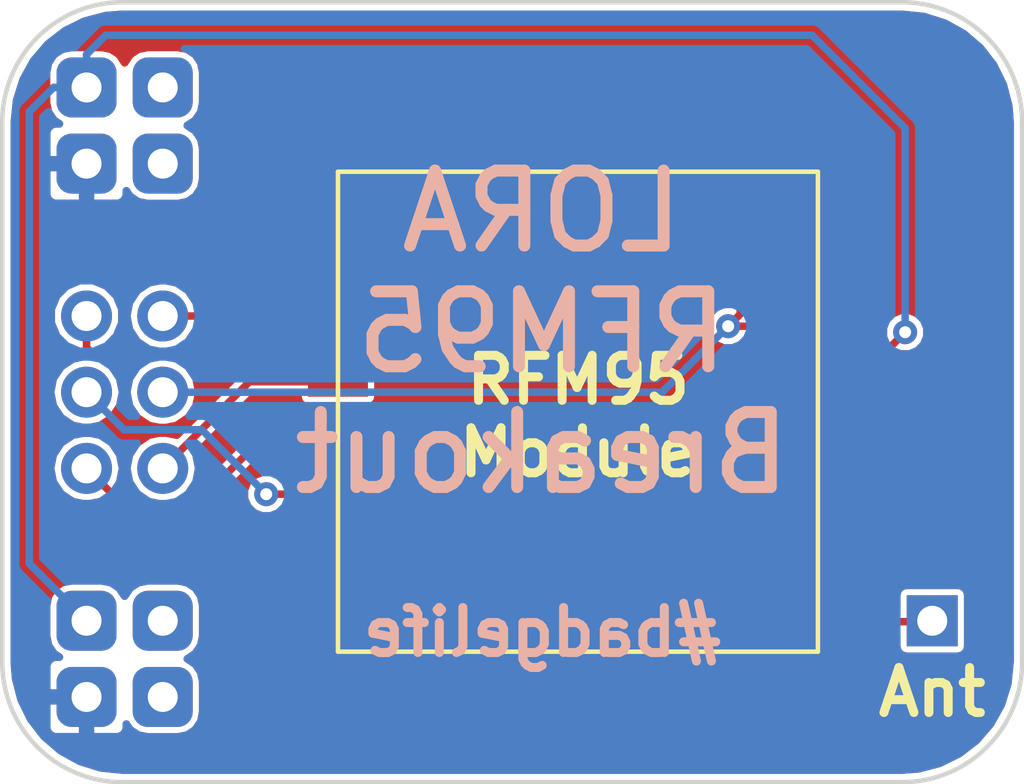
<source format=kicad_pcb>
(kicad_pcb (version 20171130) (host pcbnew "(5.0.0-rc2-dev-222-g3b0a758)")

  (general
    (thickness 1.6)
    (drawings 16)
    (tracks 43)
    (zones 0)
    (modules 5)
    (nets 10)
  )

  (page A4)
  (layers
    (0 F.Cu signal)
    (31 B.Cu signal)
    (32 B.Adhes user)
    (33 F.Adhes user)
    (34 B.Paste user)
    (35 F.Paste user)
    (36 B.SilkS user)
    (37 F.SilkS user)
    (38 B.Mask user)
    (39 F.Mask user)
    (40 Dwgs.User user hide)
    (41 Cmts.User user)
    (42 Eco1.User user)
    (43 Eco2.User user)
    (44 Edge.Cuts user)
    (45 Margin user)
    (46 B.CrtYd user)
    (47 F.CrtYd user)
    (48 B.Fab user)
    (49 F.Fab user)
  )

  (setup
    (last_trace_width 0.25)
    (trace_clearance 0.2)
    (zone_clearance 0.2)
    (zone_45_only no)
    (trace_min 0.2)
    (segment_width 0.2)
    (edge_width 0.15)
    (via_size 0.8)
    (via_drill 0.4)
    (via_min_size 0.4)
    (via_min_drill 0.3)
    (uvia_size 0.3)
    (uvia_drill 0.1)
    (uvias_allowed no)
    (uvia_min_size 0.2)
    (uvia_min_drill 0.1)
    (pcb_text_width 0.3)
    (pcb_text_size 1.5 1.5)
    (mod_edge_width 0.15)
    (mod_text_size 1 1)
    (mod_text_width 0.15)
    (pad_size 1.7 1.7)
    (pad_drill 1)
    (pad_to_mask_clearance 0.2)
    (aux_axis_origin 0 0)
    (grid_origin 49 63)
    (visible_elements FFFFFF7F)
    (pcbplotparams
      (layerselection 0x010fc_ffffffff)
      (usegerberextensions false)
      (usegerberattributes false)
      (usegerberadvancedattributes false)
      (creategerberjobfile false)
      (excludeedgelayer true)
      (linewidth 0.100000)
      (plotframeref false)
      (viasonmask false)
      (mode 1)
      (useauxorigin false)
      (hpglpennumber 1)
      (hpglpenspeed 20)
      (hpglpendiameter 15)
      (psnegative false)
      (psa4output false)
      (plotreference true)
      (plotvalue true)
      (plotinvisibletext false)
      (padsonsilk false)
      (subtractmaskfromsilk false)
      (outputformat 1)
      (mirror false)
      (drillshape 1)
      (scaleselection 1)
      (outputdirectory ""))
  )

  (net 0 "")
  (net 1 GND)
  (net 2 VCC)
  (net 3 SPI_CLK)
  (net 4 SPI_CS)
  (net 5 PB11)
  (net 6 PC2)
  (net 7 MISO)
  (net 8 MOSI)
  (net 9 "Net-(J3-Pad1)")

  (net_class Default "This is the default net class."
    (clearance 0.2)
    (trace_width 0.25)
    (via_dia 0.8)
    (via_drill 0.4)
    (uvia_dia 0.3)
    (uvia_drill 0.1)
    (add_net GND)
    (add_net MISO)
    (add_net MOSI)
    (add_net "Net-(J3-Pad1)")
    (add_net PB11)
    (add_net PC2)
    (add_net SPI_CLK)
    (add_net SPI_CS)
    (add_net VCC)
  )

  (module Pin_Headers:Pin_Header_Straight_2x03_Pitch2.54mm (layer F.Cu) (tedit 5B549A62) (tstamp 5B55F4E0)
    (at 52.81 60.46)
    (descr "Through hole straight pin header, 2x03, 2.54mm pitch, double rows")
    (tags "Through hole pin header THT 2x03 2.54mm double row")
    (path /5B538895)
    (fp_text reference J2 (at 1.27 -2.33) (layer F.SilkS) hide
      (effects (font (size 1 1) (thickness 0.15)))
    )
    (fp_text value Conn_02x03_Odd_Even (at 1.27 7.41) (layer F.Fab) hide
      (effects (font (size 1 1) (thickness 0.15)))
    )
    (fp_text user %R (at 1.27 2.54 90) (layer F.Fab)
      (effects (font (size 1 1) (thickness 0.15)))
    )
    (fp_line (start 4.35 -1.8) (end -1.8 -1.8) (layer F.CrtYd) (width 0.05))
    (fp_line (start 4.35 6.85) (end 4.35 -1.8) (layer F.CrtYd) (width 0.05))
    (fp_line (start -1.8 6.85) (end 4.35 6.85) (layer F.CrtYd) (width 0.05))
    (fp_line (start -1.8 -1.8) (end -1.8 6.85) (layer F.CrtYd) (width 0.05))
    (fp_line (start -1.27 0) (end 0 -1.27) (layer F.Fab) (width 0.1))
    (fp_line (start -1.27 6.35) (end -1.27 0) (layer F.Fab) (width 0.1))
    (fp_line (start 3.81 6.35) (end -1.27 6.35) (layer F.Fab) (width 0.1))
    (fp_line (start 3.81 -1.27) (end 3.81 6.35) (layer F.Fab) (width 0.1))
    (fp_line (start 0 -1.27) (end 3.81 -1.27) (layer F.Fab) (width 0.1))
    (pad 6 thru_hole oval (at 2.54 5.08) (size 1.7 1.7) (drill 1) (layers *.Cu *.Mask)
      (net 3 SPI_CLK))
    (pad 5 thru_hole oval (at 0 5.08) (size 1.7 1.7) (drill 1) (layers *.Cu *.Mask)
      (net 4 SPI_CS))
    (pad 4 thru_hole oval (at 2.54 2.54) (size 1.7 1.7) (drill 1) (layers *.Cu *.Mask)
      (net 5 PB11))
    (pad 3 thru_hole oval (at 0 2.54) (size 1.7 1.7) (drill 1) (layers *.Cu *.Mask)
      (net 6 PC2))
    (pad 2 thru_hole oval (at 2.54 0) (size 1.7 1.7) (drill 1) (layers *.Cu *.Mask)
      (net 7 MISO))
    (pad 1 thru_hole circle (at 0 0) (size 1.7 1.7) (drill 1) (layers *.Cu *.Mask)
      (net 8 MOSI))
    (model ${KISYS3DMOD}/Pin_Headers.3dshapes/Pin_Header_Straight_2x03_Pitch2.54mm.wrl
      (offset (xyz 0 -5.08 -1.8))
      (scale (xyz 1 1 1))
      (rotate (xyz 180 0 0))
    )
  )

  (module Pin_Headers:Pin_Header_Straight_1x01_Pitch2.54mm (layer F.Cu) (tedit 5B53915A) (tstamp 5B55F4F5)
    (at 81.004 70.62)
    (descr "Through hole straight pin header, 1x01, 2.54mm pitch, single row")
    (tags "Through hole pin header THT 1x01 2.54mm single row")
    (path /5B538AF4)
    (fp_text reference J3 (at 0 -2.33) (layer F.SilkS) hide
      (effects (font (size 1 1) (thickness 0.15)))
    )
    (fp_text value Conn_01x01 (at 0 2.33) (layer F.Fab) hide
      (effects (font (size 1 1) (thickness 0.15)))
    )
    (fp_text user %R (at 0 0 90) (layer F.Fab)
      (effects (font (size 1 1) (thickness 0.15)))
    )
    (fp_line (start 1.8 -1.8) (end -1.8 -1.8) (layer F.CrtYd) (width 0.05))
    (fp_line (start 1.8 1.8) (end 1.8 -1.8) (layer F.CrtYd) (width 0.05))
    (fp_line (start -1.8 1.8) (end 1.8 1.8) (layer F.CrtYd) (width 0.05))
    (fp_line (start -1.8 -1.8) (end -1.8 1.8) (layer F.CrtYd) (width 0.05))
    (pad 1 thru_hole rect (at 0 0) (size 1.7 1.7) (drill 1) (layers *.Cu *.Mask)
      (net 9 "Net-(J3-Pad1)"))
  )

  (module Badgelife:ShittyAddon_PTH_only_SAO (layer F.Cu) (tedit 5B537B70) (tstamp 5B55F4C4)
    (at 52.81 52.84)
    (descr "Through hole straight pin header, 2x02, 2.54mm pitch, double rows")
    (tags "Through hole pin header THT 2x02 2.54mm double row")
    (path /5B538818)
    (fp_text reference J1 (at 1.27 -2.33) (layer F.SilkS) hide
      (effects (font (size 1 1) (thickness 0.15)))
    )
    (fp_text value Conn_02x02_Counter_Clockwise (at 1.27 4.87) (layer F.Fab) hide
      (effects (font (size 1 1) (thickness 0.15)))
    )
    (pad 3 thru_hole roundrect (at 2.54 2.54) (size 2 2) (drill 1) (layers *.Cu *.Mask)(roundrect_rratio 0.25))
    (pad 2 thru_hole roundrect (at 0 2.54) (size 2 2) (drill 1) (layers *.Cu *.Mask)(roundrect_rratio 0.25)
      (net 1 GND))
    (pad 4 thru_hole roundrect (at 2.54 0) (size 2 2) (drill 1) (layers *.Cu *.Mask)(roundrect_rratio 0.25))
    (pad 1 thru_hole roundrect (at 0 0) (size 2 2) (drill 1) (layers *.Cu *.Mask)(roundrect_rratio 0.25)
      (net 2 VCC))
    (model ${KISYS3DMOD}/Pin_Headers.3dshapes/Pin_Header_Straight_2x02_Pitch2.54mm.wrl
      (offset (xyz 0 -2.54 -1.8))
      (scale (xyz 1 1 1))
      (rotate (xyz 180 0 0))
    )
  )

  (module Badgelife:ShittyAddon_PTH_only_SAO (layer F.Cu) (tedit 5B537B70) (tstamp 5B55F4FD)
    (at 52.81 70.62)
    (descr "Through hole straight pin header, 2x02, 2.54mm pitch, double rows")
    (tags "Through hole pin header THT 2x02 2.54mm double row")
    (path /5B53884D)
    (fp_text reference J4 (at 1.27 -2.33) (layer F.SilkS) hide
      (effects (font (size 1 1) (thickness 0.15)))
    )
    (fp_text value Conn_02x02_Counter_Clockwise (at 1.27 4.87) (layer F.Fab) hide
      (effects (font (size 1 1) (thickness 0.15)))
    )
    (pad 1 thru_hole roundrect (at 0 0) (size 2 2) (drill 1) (layers *.Cu *.Mask)(roundrect_rratio 0.25)
      (net 2 VCC))
    (pad 4 thru_hole roundrect (at 2.54 0) (size 2 2) (drill 1) (layers *.Cu *.Mask)(roundrect_rratio 0.25))
    (pad 2 thru_hole roundrect (at 0 2.54) (size 2 2) (drill 1) (layers *.Cu *.Mask)(roundrect_rratio 0.25)
      (net 1 GND))
    (pad 3 thru_hole roundrect (at 2.54 2.54) (size 2 2) (drill 1) (layers *.Cu *.Mask)(roundrect_rratio 0.25))
    (model ${KISYS3DMOD}/Pin_Headers.3dshapes/Pin_Header_Straight_2x02_Pitch2.54mm.wrl
      (offset (xyz 0 -2.54 -1.8))
      (scale (xyz 1 1 1))
      (rotate (xyz 180 0 0))
    )
  )

  (module Modules:RFM92_95_96_98 (layer F.Cu) (tedit 5B549A68) (tstamp 5B55F7FB)
    (at 61.192 56.65)
    (path /5B538795)
    (fp_text reference U1 (at 8 6) (layer F.SilkS) hide
      (effects (font (size 1 1) (thickness 0.15)))
    )
    (fp_text value RFM92_95_96_97_98 (at 8 2.5) (layer F.Fab) hide
      (effects (font (size 1 1) (thickness 0.15)))
    )
    (fp_line (start 0 -1) (end 0 15) (layer F.SilkS) (width 0.15))
    (fp_line (start 0 15) (end 16 15) (layer F.SilkS) (width 0.15))
    (fp_line (start 16 15) (end 16 -1) (layer F.SilkS) (width 0.15))
    (fp_line (start 16 -1) (end 0 -1) (layer F.SilkS) (width 0.15))
    (pad 1 smd rect (at 0 0) (size 2 1) (layers F.Cu F.Paste F.Mask)
      (net 1 GND))
    (pad 2 smd rect (at 0 2) (size 2 1) (layers F.Cu F.Paste F.Mask)
      (net 7 MISO))
    (pad 3 smd rect (at 0 4) (size 2 1) (layers F.Cu F.Paste F.Mask)
      (net 8 MOSI))
    (pad 4 smd rect (at 0 6) (size 2 1) (layers F.Cu F.Paste F.Mask)
      (net 3 SPI_CLK))
    (pad 5 smd rect (at 0 8) (size 2 1) (layers F.Cu F.Paste F.Mask)
      (net 4 SPI_CS))
    (pad 6 smd rect (at 0 10) (size 2 1) (layers F.Cu F.Paste F.Mask)
      (net 6 PC2))
    (pad 7 smd rect (at 0 12) (size 2 1) (layers F.Cu F.Paste F.Mask))
    (pad 8 smd rect (at 0 14) (size 2 1) (layers F.Cu F.Paste F.Mask)
      (net 1 GND))
    (pad 9 smd rect (at 16 14) (size 2 1) (layers F.Cu F.Paste F.Mask)
      (net 9 "Net-(J3-Pad1)"))
    (pad 10 smd rect (at 16 12) (size 2 1) (layers F.Cu F.Paste F.Mask)
      (net 1 GND))
    (pad 11 smd rect (at 16 10) (size 2 1) (layers F.Cu F.Paste F.Mask))
    (pad 12 smd rect (at 16 8) (size 2 1) (layers F.Cu F.Paste F.Mask))
    (pad 13 smd rect (at 16 6) (size 2 1) (layers F.Cu F.Paste F.Mask)
      (net 2 VCC))
    (pad 14 smd rect (at 16 4) (size 2 1) (layers F.Cu F.Paste F.Mask)
      (net 5 PB11))
    (pad 15 smd rect (at 16 2) (size 2 1) (layers F.Cu F.Paste F.Mask)
      (net 5 PB11))
    (pad 16 smd rect (at 16 0) (size 2 1) (layers F.Cu F.Paste F.Mask))
  )

  (gr_text Ant (at 81 73) (layer F.SilkS)
    (effects (font (size 1.5 1.5) (thickness 0.3)))
  )
  (gr_text "RFM95\nModule" (at 69.2 63.8) (layer F.SilkS)
    (effects (font (size 1.5 1.5) (thickness 0.3)))
  )
  (gr_text "LORA\nRFM95\nBreakout" (at 68 61) (layer B.SilkS)
    (effects (font (size 2.5 2.5) (thickness 0.4)) (justify mirror))
  )
  (gr_text "#badgelife" (at 68 71) (layer B.SilkS)
    (effects (font (size 1.5 1.5) (thickness 0.3)) (justify mirror))
  )
  (gr_line (start 54 76) (end 80 76) (layer Edge.Cuts) (width 0.15))
  (gr_line (start 80 50) (end 54 50) (layer Edge.Cuts) (width 0.15))
  (gr_line (start 84 54) (end 84 72) (layer Edge.Cuts) (width 0.15))
  (gr_arc (start 79.999999 72.000001) (end 80 76) (angle -90) (layer Edge.Cuts) (width 0.15) (tstamp 5B55F89F))
  (gr_arc (start 80 54.000001) (end 84 54) (angle -90) (layer Edge.Cuts) (width 0.15) (tstamp 5B55F881))
  (gr_line (start 50 54) (end 50 72) (layer Edge.Cuts) (width 0.15))
  (gr_arc (start 54 72) (end 50 72) (angle -90) (layer Edge.Cuts) (width 0.15))
  (gr_arc (start 54 54) (end 54 50) (angle -90) (layer Edge.Cuts) (width 0.15))
  (gr_line (start 50 76) (end 50 50) (layer Dwgs.User) (width 0.2))
  (gr_line (start 84 76) (end 50 76) (layer Dwgs.User) (width 0.2))
  (gr_line (start 84 50) (end 84 76) (layer Dwgs.User) (width 0.2))
  (gr_line (start 50 50) (end 84 50) (layer Dwgs.User) (width 0.2))

  (segment (start 50.9 53.65) (end 50.9 68.71) (width 0.25) (layer B.Cu) (net 2))
  (segment (start 50.9 68.71) (end 52.81 70.62) (width 0.25) (layer B.Cu) (net 2))
  (segment (start 52.81 52.84) (end 51.71 52.84) (width 0.25) (layer B.Cu) (net 2))
  (segment (start 51.71 52.84) (end 50.9 53.65) (width 0.25) (layer B.Cu) (net 2))
  (segment (start 80.1 61) (end 78.45 62.65) (width 0.25) (layer F.Cu) (net 2))
  (segment (start 78.45 62.65) (end 77.192 62.65) (width 0.25) (layer F.Cu) (net 2))
  (segment (start 80.1 54.2) (end 80.1 61) (width 0.25) (layer B.Cu) (net 2))
  (via (at 80.1 61) (size 0.8) (drill 0.4) (layers F.Cu B.Cu) (net 2))
  (segment (start 77 51.1) (end 80.1 54.2) (width 0.25) (layer B.Cu) (net 2))
  (segment (start 53.45 51.1) (end 77 51.1) (width 0.25) (layer B.Cu) (net 2))
  (segment (start 52.81 52.84) (end 52.81 51.74) (width 0.25) (layer B.Cu) (net 2))
  (segment (start 52.81 51.74) (end 53.45 51.1) (width 0.25) (layer B.Cu) (net 2))
  (segment (start 55.35 65.54) (end 58.24 62.65) (width 0.25) (layer F.Cu) (net 3))
  (segment (start 58.24 62.65) (end 61.192 62.65) (width 0.25) (layer F.Cu) (net 3))
  (segment (start 52.81 65.54) (end 54.27 67) (width 0.25) (layer F.Cu) (net 4))
  (segment (start 56.2 67) (end 58.55 64.65) (width 0.25) (layer F.Cu) (net 4))
  (segment (start 54.27 67) (end 56.2 67) (width 0.25) (layer F.Cu) (net 4))
  (segment (start 58.55 64.65) (end 61.192 64.65) (width 0.25) (layer F.Cu) (net 4))
  (segment (start 77.192 58.65) (end 75.35 58.65) (width 0.25) (layer F.Cu) (net 5))
  (segment (start 75.35 58.65) (end 74.599999 59.400001) (width 0.25) (layer F.Cu) (net 5))
  (segment (start 74.599999 60.400001) (end 74.2 60.8) (width 0.25) (layer F.Cu) (net 5))
  (segment (start 74.599999 59.400001) (end 74.599999 60.400001) (width 0.25) (layer F.Cu) (net 5))
  (segment (start 74.2 60.8) (end 77.042 60.8) (width 0.25) (layer F.Cu) (net 5))
  (segment (start 77.042 60.8) (end 77.192 60.65) (width 0.25) (layer F.Cu) (net 5))
  (segment (start 55.35 63) (end 72 63) (width 0.25) (layer B.Cu) (net 5))
  (via (at 74.2 60.8) (size 0.8) (drill 0.4) (layers F.Cu B.Cu) (net 5))
  (segment (start 72 63) (end 74.2 60.8) (width 0.25) (layer B.Cu) (net 5))
  (segment (start 52.81 63) (end 54.06 64.25) (width 0.25) (layer B.Cu) (net 6))
  (segment (start 54.06 64.25) (end 56.65 64.25) (width 0.25) (layer B.Cu) (net 6))
  (segment (start 56.65 64.25) (end 58.8 66.4) (width 0.25) (layer B.Cu) (net 6))
  (segment (start 58.8 66.4) (end 60.942 66.4) (width 0.25) (layer F.Cu) (net 6))
  (segment (start 60.942 66.4) (end 61.192 66.65) (width 0.25) (layer F.Cu) (net 6))
  (via (at 58.8 66.4) (size 0.8) (drill 0.4) (layers F.Cu B.Cu) (net 6))
  (segment (start 55.35 60.46) (end 57.94 60.46) (width 0.25) (layer F.Cu) (net 7))
  (segment (start 57.94 60.46) (end 59.75 58.65) (width 0.25) (layer F.Cu) (net 7))
  (segment (start 59.75 58.65) (end 61.192 58.65) (width 0.25) (layer F.Cu) (net 7))
  (segment (start 52.81 60.46) (end 52.81 61.51) (width 0.25) (layer F.Cu) (net 8))
  (segment (start 52.81 61.51) (end 53 61.7) (width 0.25) (layer F.Cu) (net 8))
  (segment (start 59.942 60.65) (end 61.192 60.65) (width 0.25) (layer F.Cu) (net 8))
  (segment (start 53 61.7) (end 58.892 61.7) (width 0.25) (layer F.Cu) (net 8))
  (segment (start 58.892 61.7) (end 59.942 60.65) (width 0.25) (layer F.Cu) (net 8))
  (segment (start 77.192 70.65) (end 80.974 70.65) (width 0.25) (layer F.Cu) (net 9))
  (segment (start 80.974 70.65) (end 81.004 70.62) (width 0.25) (layer F.Cu) (net 9))

  (zone (net 1) (net_name GND) (layer F.Cu) (tstamp 0) (hatch edge 0.508)
    (connect_pads (clearance 0.2))
    (min_thickness 0.254)
    (fill yes (arc_segments 16) (thermal_gap 0.2) (thermal_bridge_width 0.508))
    (polygon
      (pts
        (xy 50 50) (xy 84 50) (xy 84 76) (xy 50 76)
      )
    )
    (filled_polygon
      (pts
        (xy 80.72306 50.477515) (xy 81.416588 50.694853) (xy 82.052247 51.047205) (xy 82.604074 51.520178) (xy 83.049521 52.094444)
        (xy 83.370402 52.746561) (xy 83.55485 53.454669) (xy 83.598 54.015441) (xy 83.598001 71.979606) (xy 83.522484 72.723062)
        (xy 83.305145 73.41659) (xy 82.952796 74.052246) (xy 82.479824 74.604071) (xy 81.905554 75.049521) (xy 81.253439 75.370402)
        (xy 80.545329 75.554851) (xy 79.984559 75.598) (xy 54.020364 75.598) (xy 53.276936 75.522485) (xy 52.58341 75.305146)
        (xy 51.947754 74.952797) (xy 51.395929 74.479825) (xy 50.950477 73.905553) (xy 50.686338 73.36875) (xy 51.483 73.36875)
        (xy 51.483 74.225045) (xy 51.532783 74.345231) (xy 51.62477 74.437217) (xy 51.744956 74.487) (xy 52.60125 74.487)
        (xy 52.683 74.40525) (xy 52.683 73.287) (xy 51.56475 73.287) (xy 51.483 73.36875) (xy 50.686338 73.36875)
        (xy 50.629598 73.253441) (xy 50.445148 72.545329) (xy 50.402 71.98456) (xy 50.402 70.12) (xy 51.476594 70.12)
        (xy 51.476594 71.12) (xy 51.540033 71.438931) (xy 51.720693 71.709307) (xy 51.905812 71.833) (xy 51.744956 71.833)
        (xy 51.62477 71.882783) (xy 51.532783 71.974769) (xy 51.483 72.094955) (xy 51.483 72.95125) (xy 51.56475 73.033)
        (xy 52.683 73.033) (xy 52.683 73.013) (xy 52.937 73.013) (xy 52.937 73.033) (xy 52.957 73.033)
        (xy 52.957 73.287) (xy 52.937 73.287) (xy 52.937 74.40525) (xy 53.01875 74.487) (xy 53.875044 74.487)
        (xy 53.99523 74.437217) (xy 54.087217 74.345231) (xy 54.137 74.225045) (xy 54.137 74.064188) (xy 54.260693 74.249307)
        (xy 54.531069 74.429967) (xy 54.85 74.493406) (xy 55.85 74.493406) (xy 56.168931 74.429967) (xy 56.439307 74.249307)
        (xy 56.619967 73.978931) (xy 56.683406 73.66) (xy 56.683406 72.66) (xy 56.619967 72.341069) (xy 56.439307 72.070693)
        (xy 56.168931 71.890033) (xy 56.168765 71.89) (xy 56.168931 71.889967) (xy 56.439307 71.709307) (xy 56.619967 71.438931)
        (xy 56.683406 71.12) (xy 56.683406 70.85875) (xy 59.865 70.85875) (xy 59.865 71.215045) (xy 59.914783 71.335231)
        (xy 60.00677 71.427217) (xy 60.126956 71.477) (xy 60.98325 71.477) (xy 61.065 71.39525) (xy 61.065 70.777)
        (xy 61.319 70.777) (xy 61.319 71.39525) (xy 61.40075 71.477) (xy 62.257044 71.477) (xy 62.37723 71.427217)
        (xy 62.469217 71.335231) (xy 62.519 71.215045) (xy 62.519 70.85875) (xy 62.43725 70.777) (xy 61.319 70.777)
        (xy 61.065 70.777) (xy 59.94675 70.777) (xy 59.865 70.85875) (xy 56.683406 70.85875) (xy 56.683406 70.12)
        (xy 56.676436 70.084955) (xy 59.865 70.084955) (xy 59.865 70.44125) (xy 59.94675 70.523) (xy 61.065 70.523)
        (xy 61.065 69.90475) (xy 61.319 69.90475) (xy 61.319 70.523) (xy 62.43725 70.523) (xy 62.519 70.44125)
        (xy 62.519 70.15) (xy 75.858594 70.15) (xy 75.858594 71.15) (xy 75.883973 71.277589) (xy 75.956246 71.385754)
        (xy 76.064411 71.458027) (xy 76.192 71.483406) (xy 78.192 71.483406) (xy 78.319589 71.458027) (xy 78.427754 71.385754)
        (xy 78.500027 71.277589) (xy 78.525406 71.15) (xy 78.525406 71.102) (xy 79.820594 71.102) (xy 79.820594 71.47)
        (xy 79.845973 71.597589) (xy 79.918246 71.705754) (xy 80.026411 71.778027) (xy 80.154 71.803406) (xy 81.854 71.803406)
        (xy 81.981589 71.778027) (xy 82.089754 71.705754) (xy 82.162027 71.597589) (xy 82.187406 71.47) (xy 82.187406 69.77)
        (xy 82.162027 69.642411) (xy 82.089754 69.534246) (xy 81.981589 69.461973) (xy 81.854 69.436594) (xy 80.154 69.436594)
        (xy 80.026411 69.461973) (xy 79.918246 69.534246) (xy 79.845973 69.642411) (xy 79.820594 69.77) (xy 79.820594 70.198)
        (xy 78.525406 70.198) (xy 78.525406 70.15) (xy 78.500027 70.022411) (xy 78.427754 69.914246) (xy 78.319589 69.841973)
        (xy 78.192 69.816594) (xy 76.192 69.816594) (xy 76.064411 69.841973) (xy 75.956246 69.914246) (xy 75.883973 70.022411)
        (xy 75.858594 70.15) (xy 62.519 70.15) (xy 62.519 70.084955) (xy 62.469217 69.964769) (xy 62.37723 69.872783)
        (xy 62.257044 69.823) (xy 61.40075 69.823) (xy 61.319 69.90475) (xy 61.065 69.90475) (xy 60.98325 69.823)
        (xy 60.126956 69.823) (xy 60.00677 69.872783) (xy 59.914783 69.964769) (xy 59.865 70.084955) (xy 56.676436 70.084955)
        (xy 56.619967 69.801069) (xy 56.439307 69.530693) (xy 56.168931 69.350033) (xy 55.85 69.286594) (xy 54.85 69.286594)
        (xy 54.531069 69.350033) (xy 54.260693 69.530693) (xy 54.080033 69.801069) (xy 54.08 69.801235) (xy 54.079967 69.801069)
        (xy 53.899307 69.530693) (xy 53.628931 69.350033) (xy 53.31 69.286594) (xy 52.31 69.286594) (xy 51.991069 69.350033)
        (xy 51.720693 69.530693) (xy 51.540033 69.801069) (xy 51.476594 70.12) (xy 50.402 70.12) (xy 50.402 68.15)
        (xy 59.858594 68.15) (xy 59.858594 69.15) (xy 59.883973 69.277589) (xy 59.956246 69.385754) (xy 60.064411 69.458027)
        (xy 60.192 69.483406) (xy 62.192 69.483406) (xy 62.319589 69.458027) (xy 62.427754 69.385754) (xy 62.500027 69.277589)
        (xy 62.525406 69.15) (xy 62.525406 68.85875) (xy 75.865 68.85875) (xy 75.865 69.215045) (xy 75.914783 69.335231)
        (xy 76.00677 69.427217) (xy 76.126956 69.477) (xy 76.98325 69.477) (xy 77.065 69.39525) (xy 77.065 68.777)
        (xy 77.319 68.777) (xy 77.319 69.39525) (xy 77.40075 69.477) (xy 78.257044 69.477) (xy 78.37723 69.427217)
        (xy 78.469217 69.335231) (xy 78.519 69.215045) (xy 78.519 68.85875) (xy 78.43725 68.777) (xy 77.319 68.777)
        (xy 77.065 68.777) (xy 75.94675 68.777) (xy 75.865 68.85875) (xy 62.525406 68.85875) (xy 62.525406 68.15)
        (xy 62.512468 68.084955) (xy 75.865 68.084955) (xy 75.865 68.44125) (xy 75.94675 68.523) (xy 77.065 68.523)
        (xy 77.065 67.90475) (xy 77.319 67.90475) (xy 77.319 68.523) (xy 78.43725 68.523) (xy 78.519 68.44125)
        (xy 78.519 68.084955) (xy 78.469217 67.964769) (xy 78.37723 67.872783) (xy 78.257044 67.823) (xy 77.40075 67.823)
        (xy 77.319 67.90475) (xy 77.065 67.90475) (xy 76.98325 67.823) (xy 76.126956 67.823) (xy 76.00677 67.872783)
        (xy 75.914783 67.964769) (xy 75.865 68.084955) (xy 62.512468 68.084955) (xy 62.500027 68.022411) (xy 62.427754 67.914246)
        (xy 62.319589 67.841973) (xy 62.192 67.816594) (xy 60.192 67.816594) (xy 60.064411 67.841973) (xy 59.956246 67.914246)
        (xy 59.883973 68.022411) (xy 59.858594 68.15) (xy 50.402 68.15) (xy 50.402 65.54) (xy 51.609942 65.54)
        (xy 51.701291 65.999242) (xy 51.961431 66.388569) (xy 52.350758 66.648709) (xy 52.69408 66.717) (xy 52.92592 66.717)
        (xy 53.269242 66.648709) (xy 53.275382 66.644606) (xy 53.918909 67.288133) (xy 53.944126 67.325874) (xy 53.981866 67.351091)
        (xy 54.093638 67.425775) (xy 54.27 67.460855) (xy 54.314518 67.452) (xy 56.155482 67.452) (xy 56.2 67.460855)
        (xy 56.244518 67.452) (xy 56.376362 67.425775) (xy 56.525874 67.325874) (xy 56.551093 67.288131) (xy 57.583833 66.255391)
        (xy 58.073 66.255391) (xy 58.073 66.544609) (xy 58.183679 66.811813) (xy 58.388187 67.016321) (xy 58.655391 67.127)
        (xy 58.944609 67.127) (xy 59.211813 67.016321) (xy 59.376134 66.852) (xy 59.858594 66.852) (xy 59.858594 67.15)
        (xy 59.883973 67.277589) (xy 59.956246 67.385754) (xy 60.064411 67.458027) (xy 60.192 67.483406) (xy 62.192 67.483406)
        (xy 62.319589 67.458027) (xy 62.427754 67.385754) (xy 62.500027 67.277589) (xy 62.525406 67.15) (xy 62.525406 66.15)
        (xy 75.858594 66.15) (xy 75.858594 67.15) (xy 75.883973 67.277589) (xy 75.956246 67.385754) (xy 76.064411 67.458027)
        (xy 76.192 67.483406) (xy 78.192 67.483406) (xy 78.319589 67.458027) (xy 78.427754 67.385754) (xy 78.500027 67.277589)
        (xy 78.525406 67.15) (xy 78.525406 66.15) (xy 78.500027 66.022411) (xy 78.427754 65.914246) (xy 78.319589 65.841973)
        (xy 78.192 65.816594) (xy 76.192 65.816594) (xy 76.064411 65.841973) (xy 75.956246 65.914246) (xy 75.883973 66.022411)
        (xy 75.858594 66.15) (xy 62.525406 66.15) (xy 62.500027 66.022411) (xy 62.427754 65.914246) (xy 62.319589 65.841973)
        (xy 62.192 65.816594) (xy 60.192 65.816594) (xy 60.064411 65.841973) (xy 59.956246 65.914246) (xy 59.933692 65.948)
        (xy 59.376134 65.948) (xy 59.211813 65.783679) (xy 58.944609 65.673) (xy 58.655391 65.673) (xy 58.388187 65.783679)
        (xy 58.183679 65.988187) (xy 58.073 66.255391) (xy 57.583833 66.255391) (xy 58.737225 65.102) (xy 59.858594 65.102)
        (xy 59.858594 65.15) (xy 59.883973 65.277589) (xy 59.956246 65.385754) (xy 60.064411 65.458027) (xy 60.192 65.483406)
        (xy 62.192 65.483406) (xy 62.319589 65.458027) (xy 62.427754 65.385754) (xy 62.500027 65.277589) (xy 62.525406 65.15)
        (xy 62.525406 64.15) (xy 75.858594 64.15) (xy 75.858594 65.15) (xy 75.883973 65.277589) (xy 75.956246 65.385754)
        (xy 76.064411 65.458027) (xy 76.192 65.483406) (xy 78.192 65.483406) (xy 78.319589 65.458027) (xy 78.427754 65.385754)
        (xy 78.500027 65.277589) (xy 78.525406 65.15) (xy 78.525406 64.15) (xy 78.500027 64.022411) (xy 78.427754 63.914246)
        (xy 78.319589 63.841973) (xy 78.192 63.816594) (xy 76.192 63.816594) (xy 76.064411 63.841973) (xy 75.956246 63.914246)
        (xy 75.883973 64.022411) (xy 75.858594 64.15) (xy 62.525406 64.15) (xy 62.500027 64.022411) (xy 62.427754 63.914246)
        (xy 62.319589 63.841973) (xy 62.192 63.816594) (xy 60.192 63.816594) (xy 60.064411 63.841973) (xy 59.956246 63.914246)
        (xy 59.883973 64.022411) (xy 59.858594 64.15) (xy 59.858594 64.198) (xy 58.594518 64.198) (xy 58.55 64.189145)
        (xy 58.505482 64.198) (xy 58.373638 64.224225) (xy 58.224126 64.324126) (xy 58.198909 64.361866) (xy 56.251654 66.309122)
        (xy 56.458709 65.999242) (xy 56.550058 65.54) (xy 56.458709 65.080758) (xy 56.454606 65.074618) (xy 58.427225 63.102)
        (xy 59.858594 63.102) (xy 59.858594 63.15) (xy 59.883973 63.277589) (xy 59.956246 63.385754) (xy 60.064411 63.458027)
        (xy 60.192 63.483406) (xy 62.192 63.483406) (xy 62.319589 63.458027) (xy 62.427754 63.385754) (xy 62.500027 63.277589)
        (xy 62.525406 63.15) (xy 62.525406 62.15) (xy 75.858594 62.15) (xy 75.858594 63.15) (xy 75.883973 63.277589)
        (xy 75.956246 63.385754) (xy 76.064411 63.458027) (xy 76.192 63.483406) (xy 78.192 63.483406) (xy 78.319589 63.458027)
        (xy 78.427754 63.385754) (xy 78.500027 63.277589) (xy 78.525406 63.15) (xy 78.525406 63.095856) (xy 78.626362 63.075775)
        (xy 78.775874 62.975874) (xy 78.801093 62.938131) (xy 80.012224 61.727) (xy 80.244609 61.727) (xy 80.511813 61.616321)
        (xy 80.716321 61.411813) (xy 80.827 61.144609) (xy 80.827 60.855391) (xy 80.716321 60.588187) (xy 80.511813 60.383679)
        (xy 80.244609 60.273) (xy 79.955391 60.273) (xy 79.688187 60.383679) (xy 79.483679 60.588187) (xy 79.373 60.855391)
        (xy 79.373 61.087776) (xy 78.475329 61.985447) (xy 78.427754 61.914246) (xy 78.319589 61.841973) (xy 78.192 61.816594)
        (xy 76.192 61.816594) (xy 76.064411 61.841973) (xy 75.956246 61.914246) (xy 75.883973 62.022411) (xy 75.858594 62.15)
        (xy 62.525406 62.15) (xy 62.500027 62.022411) (xy 62.427754 61.914246) (xy 62.319589 61.841973) (xy 62.192 61.816594)
        (xy 60.192 61.816594) (xy 60.064411 61.841973) (xy 59.956246 61.914246) (xy 59.883973 62.022411) (xy 59.858594 62.15)
        (xy 59.858594 62.198) (xy 58.284517 62.198) (xy 58.239999 62.189145) (xy 58.063638 62.224225) (xy 57.914126 62.324126)
        (xy 57.888909 62.361866) (xy 55.815382 64.435394) (xy 55.809242 64.431291) (xy 55.46592 64.363) (xy 55.23408 64.363)
        (xy 54.890758 64.431291) (xy 54.501431 64.691431) (xy 54.241291 65.080758) (xy 54.149942 65.54) (xy 54.241291 65.999242)
        (xy 54.501431 66.388569) (xy 54.740036 66.548) (xy 54.457225 66.548) (xy 53.914606 66.005382) (xy 53.918709 65.999242)
        (xy 54.010058 65.54) (xy 53.918709 65.080758) (xy 53.658569 64.691431) (xy 53.269242 64.431291) (xy 52.92592 64.363)
        (xy 52.69408 64.363) (xy 52.350758 64.431291) (xy 51.961431 64.691431) (xy 51.701291 65.080758) (xy 51.609942 65.54)
        (xy 50.402 65.54) (xy 50.402 63) (xy 51.609942 63) (xy 51.701291 63.459242) (xy 51.961431 63.848569)
        (xy 52.350758 64.108709) (xy 52.69408 64.177) (xy 52.92592 64.177) (xy 53.269242 64.108709) (xy 53.658569 63.848569)
        (xy 53.918709 63.459242) (xy 54.010058 63) (xy 53.918709 62.540758) (xy 53.658949 62.152) (xy 54.501051 62.152)
        (xy 54.241291 62.540758) (xy 54.149942 63) (xy 54.241291 63.459242) (xy 54.501431 63.848569) (xy 54.890758 64.108709)
        (xy 55.23408 64.177) (xy 55.46592 64.177) (xy 55.809242 64.108709) (xy 56.198569 63.848569) (xy 56.458709 63.459242)
        (xy 56.550058 63) (xy 56.458709 62.540758) (xy 56.198949 62.152) (xy 58.847482 62.152) (xy 58.892 62.160855)
        (xy 58.936518 62.152) (xy 59.068362 62.125775) (xy 59.217874 62.025874) (xy 59.243093 61.988131) (xy 59.911876 61.319349)
        (xy 59.956246 61.385754) (xy 60.064411 61.458027) (xy 60.192 61.483406) (xy 62.192 61.483406) (xy 62.319589 61.458027)
        (xy 62.427754 61.385754) (xy 62.500027 61.277589) (xy 62.525406 61.15) (xy 62.525406 60.655391) (xy 73.473 60.655391)
        (xy 73.473 60.944609) (xy 73.583679 61.211813) (xy 73.788187 61.416321) (xy 74.055391 61.527) (xy 74.344609 61.527)
        (xy 74.611813 61.416321) (xy 74.776134 61.252) (xy 75.878883 61.252) (xy 75.883973 61.277589) (xy 75.956246 61.385754)
        (xy 76.064411 61.458027) (xy 76.192 61.483406) (xy 78.192 61.483406) (xy 78.319589 61.458027) (xy 78.427754 61.385754)
        (xy 78.500027 61.277589) (xy 78.525406 61.15) (xy 78.525406 60.15) (xy 78.500027 60.022411) (xy 78.427754 59.914246)
        (xy 78.319589 59.841973) (xy 78.192 59.816594) (xy 76.192 59.816594) (xy 76.064411 59.841973) (xy 75.956246 59.914246)
        (xy 75.883973 60.022411) (xy 75.858594 60.15) (xy 75.858594 60.348) (xy 75.051999 60.348) (xy 75.051999 59.587225)
        (xy 75.537224 59.102) (xy 75.858594 59.102) (xy 75.858594 59.15) (xy 75.883973 59.277589) (xy 75.956246 59.385754)
        (xy 76.064411 59.458027) (xy 76.192 59.483406) (xy 78.192 59.483406) (xy 78.319589 59.458027) (xy 78.427754 59.385754)
        (xy 78.500027 59.277589) (xy 78.525406 59.15) (xy 78.525406 58.15) (xy 78.500027 58.022411) (xy 78.427754 57.914246)
        (xy 78.319589 57.841973) (xy 78.192 57.816594) (xy 76.192 57.816594) (xy 76.064411 57.841973) (xy 75.956246 57.914246)
        (xy 75.883973 58.022411) (xy 75.858594 58.15) (xy 75.858594 58.198) (xy 75.394518 58.198) (xy 75.35 58.189145)
        (xy 75.305482 58.198) (xy 75.173638 58.224225) (xy 75.024126 58.324126) (xy 74.998907 58.361869) (xy 74.311868 59.048908)
        (xy 74.274125 59.074127) (xy 74.174225 59.223639) (xy 74.174224 59.22364) (xy 74.139144 59.400001) (xy 74.147999 59.444519)
        (xy 74.148 60.073) (xy 74.055391 60.073) (xy 73.788187 60.183679) (xy 73.583679 60.388187) (xy 73.473 60.655391)
        (xy 62.525406 60.655391) (xy 62.525406 60.15) (xy 62.500027 60.022411) (xy 62.427754 59.914246) (xy 62.319589 59.841973)
        (xy 62.192 59.816594) (xy 60.192 59.816594) (xy 60.064411 59.841973) (xy 59.956246 59.914246) (xy 59.883973 60.022411)
        (xy 59.858594 60.15) (xy 59.858594 60.205735) (xy 59.765638 60.224225) (xy 59.616126 60.324126) (xy 59.590908 60.361867)
        (xy 58.704776 61.248) (xy 56.23904 61.248) (xy 56.458709 60.919242) (xy 56.46015 60.912) (xy 57.895482 60.912)
        (xy 57.94 60.920855) (xy 57.984518 60.912) (xy 58.116362 60.885775) (xy 58.265874 60.785874) (xy 58.291093 60.748131)
        (xy 59.863676 59.175548) (xy 59.883973 59.277589) (xy 59.956246 59.385754) (xy 60.064411 59.458027) (xy 60.192 59.483406)
        (xy 62.192 59.483406) (xy 62.319589 59.458027) (xy 62.427754 59.385754) (xy 62.500027 59.277589) (xy 62.525406 59.15)
        (xy 62.525406 58.15) (xy 62.500027 58.022411) (xy 62.427754 57.914246) (xy 62.319589 57.841973) (xy 62.192 57.816594)
        (xy 60.192 57.816594) (xy 60.064411 57.841973) (xy 59.956246 57.914246) (xy 59.883973 58.022411) (xy 59.858594 58.15)
        (xy 59.858594 58.198) (xy 59.794518 58.198) (xy 59.75 58.189145) (xy 59.705482 58.198) (xy 59.573638 58.224225)
        (xy 59.424126 58.324126) (xy 59.398907 58.361869) (xy 57.752776 60.008) (xy 56.46015 60.008) (xy 56.458709 60.000758)
        (xy 56.198569 59.611431) (xy 55.809242 59.351291) (xy 55.46592 59.283) (xy 55.23408 59.283) (xy 54.890758 59.351291)
        (xy 54.501431 59.611431) (xy 54.241291 60.000758) (xy 54.149942 60.46) (xy 54.241291 60.919242) (xy 54.46096 61.248)
        (xy 53.68653 61.248) (xy 53.807813 61.126717) (xy 53.987 60.69412) (xy 53.987 60.22588) (xy 53.807813 59.793283)
        (xy 53.476717 59.462187) (xy 53.04412 59.283) (xy 52.57588 59.283) (xy 52.143283 59.462187) (xy 51.812187 59.793283)
        (xy 51.633 60.22588) (xy 51.633 60.69412) (xy 51.812187 61.126717) (xy 52.143283 61.457813) (xy 52.356317 61.546054)
        (xy 52.384225 61.686361) (xy 52.458909 61.798133) (xy 52.484127 61.835874) (xy 52.517443 61.858135) (xy 52.350758 61.891291)
        (xy 51.961431 62.151431) (xy 51.701291 62.540758) (xy 51.609942 63) (xy 50.402 63) (xy 50.402 56.85875)
        (xy 59.865 56.85875) (xy 59.865 57.215045) (xy 59.914783 57.335231) (xy 60.00677 57.427217) (xy 60.126956 57.477)
        (xy 60.98325 57.477) (xy 61.065 57.39525) (xy 61.065 56.777) (xy 61.319 56.777) (xy 61.319 57.39525)
        (xy 61.40075 57.477) (xy 62.257044 57.477) (xy 62.37723 57.427217) (xy 62.469217 57.335231) (xy 62.519 57.215045)
        (xy 62.519 56.85875) (xy 62.43725 56.777) (xy 61.319 56.777) (xy 61.065 56.777) (xy 59.94675 56.777)
        (xy 59.865 56.85875) (xy 50.402 56.85875) (xy 50.402 55.58875) (xy 51.483 55.58875) (xy 51.483 56.445045)
        (xy 51.532783 56.565231) (xy 51.62477 56.657217) (xy 51.744956 56.707) (xy 52.60125 56.707) (xy 52.683 56.62525)
        (xy 52.683 55.507) (xy 51.56475 55.507) (xy 51.483 55.58875) (xy 50.402 55.58875) (xy 50.402 54.020364)
        (xy 50.477514 53.27694) (xy 50.694854 52.583409) (xy 50.829777 52.34) (xy 51.476594 52.34) (xy 51.476594 53.34)
        (xy 51.540033 53.658931) (xy 51.720693 53.929307) (xy 51.905812 54.053) (xy 51.744956 54.053) (xy 51.62477 54.102783)
        (xy 51.532783 54.194769) (xy 51.483 54.314955) (xy 51.483 55.17125) (xy 51.56475 55.253) (xy 52.683 55.253)
        (xy 52.683 55.233) (xy 52.937 55.233) (xy 52.937 55.253) (xy 52.957 55.253) (xy 52.957 55.507)
        (xy 52.937 55.507) (xy 52.937 56.62525) (xy 53.01875 56.707) (xy 53.875044 56.707) (xy 53.99523 56.657217)
        (xy 54.087217 56.565231) (xy 54.137 56.445045) (xy 54.137 56.284188) (xy 54.260693 56.469307) (xy 54.531069 56.649967)
        (xy 54.85 56.713406) (xy 55.85 56.713406) (xy 56.168931 56.649967) (xy 56.439307 56.469307) (xy 56.619967 56.198931)
        (xy 56.642638 56.084955) (xy 59.865 56.084955) (xy 59.865 56.44125) (xy 59.94675 56.523) (xy 61.065 56.523)
        (xy 61.065 55.90475) (xy 61.319 55.90475) (xy 61.319 56.523) (xy 62.43725 56.523) (xy 62.519 56.44125)
        (xy 62.519 56.15) (xy 75.858594 56.15) (xy 75.858594 57.15) (xy 75.883973 57.277589) (xy 75.956246 57.385754)
        (xy 76.064411 57.458027) (xy 76.192 57.483406) (xy 78.192 57.483406) (xy 78.319589 57.458027) (xy 78.427754 57.385754)
        (xy 78.500027 57.277589) (xy 78.525406 57.15) (xy 78.525406 56.15) (xy 78.500027 56.022411) (xy 78.427754 55.914246)
        (xy 78.319589 55.841973) (xy 78.192 55.816594) (xy 76.192 55.816594) (xy 76.064411 55.841973) (xy 75.956246 55.914246)
        (xy 75.883973 56.022411) (xy 75.858594 56.15) (xy 62.519 56.15) (xy 62.519 56.084955) (xy 62.469217 55.964769)
        (xy 62.37723 55.872783) (xy 62.257044 55.823) (xy 61.40075 55.823) (xy 61.319 55.90475) (xy 61.065 55.90475)
        (xy 60.98325 55.823) (xy 60.126956 55.823) (xy 60.00677 55.872783) (xy 59.914783 55.964769) (xy 59.865 56.084955)
        (xy 56.642638 56.084955) (xy 56.683406 55.88) (xy 56.683406 54.88) (xy 56.619967 54.561069) (xy 56.439307 54.290693)
        (xy 56.168931 54.110033) (xy 56.168765 54.11) (xy 56.168931 54.109967) (xy 56.439307 53.929307) (xy 56.619967 53.658931)
        (xy 56.683406 53.34) (xy 56.683406 52.34) (xy 56.619967 52.021069) (xy 56.439307 51.750693) (xy 56.168931 51.570033)
        (xy 55.85 51.506594) (xy 54.85 51.506594) (xy 54.531069 51.570033) (xy 54.260693 51.750693) (xy 54.080033 52.021069)
        (xy 54.08 52.021235) (xy 54.079967 52.021069) (xy 53.899307 51.750693) (xy 53.628931 51.570033) (xy 53.31 51.506594)
        (xy 52.31 51.506594) (xy 51.991069 51.570033) (xy 51.720693 51.750693) (xy 51.540033 52.021069) (xy 51.476594 52.34)
        (xy 50.829777 52.34) (xy 51.047203 51.947754) (xy 51.520177 51.395927) (xy 52.094444 50.950479) (xy 52.746561 50.629598)
        (xy 53.454671 50.445148) (xy 54.01544 50.402) (xy 79.979625 50.402)
      )
    )
  )
  (zone (net 1) (net_name GND) (layer B.Cu) (tstamp 0) (hatch edge 0.508)
    (connect_pads (clearance 0.2))
    (min_thickness 0.254)
    (fill yes (arc_segments 16) (thermal_gap 0.2) (thermal_bridge_width 0.508))
    (polygon
      (pts
        (xy 50 50) (xy 84 50) (xy 84 76) (xy 50 76)
      )
    )
    (filled_polygon
      (pts
        (xy 80.72306 50.477515) (xy 81.416588 50.694853) (xy 82.052247 51.047205) (xy 82.604074 51.520178) (xy 83.049521 52.094444)
        (xy 83.370402 52.746561) (xy 83.55485 53.454669) (xy 83.598 54.015441) (xy 83.598001 71.979606) (xy 83.522484 72.723062)
        (xy 83.305145 73.41659) (xy 82.952796 74.052246) (xy 82.479824 74.604071) (xy 81.905554 75.049521) (xy 81.253439 75.370402)
        (xy 80.545329 75.554851) (xy 79.984559 75.598) (xy 54.020364 75.598) (xy 53.276936 75.522485) (xy 52.58341 75.305146)
        (xy 51.947754 74.952797) (xy 51.395929 74.479825) (xy 50.950477 73.905553) (xy 50.686338 73.36875) (xy 51.483 73.36875)
        (xy 51.483 74.225045) (xy 51.532783 74.345231) (xy 51.62477 74.437217) (xy 51.744956 74.487) (xy 52.60125 74.487)
        (xy 52.683 74.40525) (xy 52.683 73.287) (xy 51.56475 73.287) (xy 51.483 73.36875) (xy 50.686338 73.36875)
        (xy 50.629598 73.253441) (xy 50.445148 72.545329) (xy 50.402 71.98456) (xy 50.402 54.020364) (xy 50.43946 53.651581)
        (xy 50.448 53.694518) (xy 50.448001 68.665477) (xy 50.439145 68.71) (xy 50.474225 68.886361) (xy 50.474226 68.886362)
        (xy 50.574127 69.035874) (xy 50.611867 69.061091) (xy 51.508811 69.958035) (xy 51.476594 70.12) (xy 51.476594 71.12)
        (xy 51.540033 71.438931) (xy 51.720693 71.709307) (xy 51.905812 71.833) (xy 51.744956 71.833) (xy 51.62477 71.882783)
        (xy 51.532783 71.974769) (xy 51.483 72.094955) (xy 51.483 72.95125) (xy 51.56475 73.033) (xy 52.683 73.033)
        (xy 52.683 73.013) (xy 52.937 73.013) (xy 52.937 73.033) (xy 52.957 73.033) (xy 52.957 73.287)
        (xy 52.937 73.287) (xy 52.937 74.40525) (xy 53.01875 74.487) (xy 53.875044 74.487) (xy 53.99523 74.437217)
        (xy 54.087217 74.345231) (xy 54.137 74.225045) (xy 54.137 74.064188) (xy 54.260693 74.249307) (xy 54.531069 74.429967)
        (xy 54.85 74.493406) (xy 55.85 74.493406) (xy 56.168931 74.429967) (xy 56.439307 74.249307) (xy 56.619967 73.978931)
        (xy 56.683406 73.66) (xy 56.683406 72.66) (xy 56.619967 72.341069) (xy 56.439307 72.070693) (xy 56.168931 71.890033)
        (xy 56.168765 71.89) (xy 56.168931 71.889967) (xy 56.439307 71.709307) (xy 56.619967 71.438931) (xy 56.683406 71.12)
        (xy 56.683406 70.12) (xy 56.619967 69.801069) (xy 56.599208 69.77) (xy 79.820594 69.77) (xy 79.820594 71.47)
        (xy 79.845973 71.597589) (xy 79.918246 71.705754) (xy 80.026411 71.778027) (xy 80.154 71.803406) (xy 81.854 71.803406)
        (xy 81.981589 71.778027) (xy 82.089754 71.705754) (xy 82.162027 71.597589) (xy 82.187406 71.47) (xy 82.187406 69.77)
        (xy 82.162027 69.642411) (xy 82.089754 69.534246) (xy 81.981589 69.461973) (xy 81.854 69.436594) (xy 80.154 69.436594)
        (xy 80.026411 69.461973) (xy 79.918246 69.534246) (xy 79.845973 69.642411) (xy 79.820594 69.77) (xy 56.599208 69.77)
        (xy 56.439307 69.530693) (xy 56.168931 69.350033) (xy 55.85 69.286594) (xy 54.85 69.286594) (xy 54.531069 69.350033)
        (xy 54.260693 69.530693) (xy 54.080033 69.801069) (xy 54.08 69.801235) (xy 54.079967 69.801069) (xy 53.899307 69.530693)
        (xy 53.628931 69.350033) (xy 53.31 69.286594) (xy 52.31 69.286594) (xy 52.148035 69.318811) (xy 51.352 68.522776)
        (xy 51.352 65.54) (xy 51.609942 65.54) (xy 51.701291 65.999242) (xy 51.961431 66.388569) (xy 52.350758 66.648709)
        (xy 52.69408 66.717) (xy 52.92592 66.717) (xy 53.269242 66.648709) (xy 53.658569 66.388569) (xy 53.918709 65.999242)
        (xy 54.010058 65.54) (xy 53.918709 65.080758) (xy 53.658569 64.691431) (xy 53.269242 64.431291) (xy 52.92592 64.363)
        (xy 52.69408 64.363) (xy 52.350758 64.431291) (xy 51.961431 64.691431) (xy 51.701291 65.080758) (xy 51.609942 65.54)
        (xy 51.352 65.54) (xy 51.352 63) (xy 51.609942 63) (xy 51.701291 63.459242) (xy 51.961431 63.848569)
        (xy 52.350758 64.108709) (xy 52.69408 64.177) (xy 52.92592 64.177) (xy 53.269242 64.108709) (xy 53.275382 64.104606)
        (xy 53.708909 64.538133) (xy 53.734126 64.575874) (xy 53.771866 64.601091) (xy 53.883638 64.675775) (xy 54.06 64.710855)
        (xy 54.104518 64.702) (xy 54.494369 64.702) (xy 54.241291 65.080758) (xy 54.149942 65.54) (xy 54.241291 65.999242)
        (xy 54.501431 66.388569) (xy 54.890758 66.648709) (xy 55.23408 66.717) (xy 55.46592 66.717) (xy 55.809242 66.648709)
        (xy 56.198569 66.388569) (xy 56.458709 65.999242) (xy 56.550058 65.54) (xy 56.458709 65.080758) (xy 56.205631 64.702)
        (xy 56.462776 64.702) (xy 58.073 66.312225) (xy 58.073 66.544609) (xy 58.183679 66.811813) (xy 58.388187 67.016321)
        (xy 58.655391 67.127) (xy 58.944609 67.127) (xy 59.211813 67.016321) (xy 59.416321 66.811813) (xy 59.527 66.544609)
        (xy 59.527 66.255391) (xy 59.416321 65.988187) (xy 59.211813 65.783679) (xy 58.944609 65.673) (xy 58.712225 65.673)
        (xy 57.001093 63.961869) (xy 56.975874 63.924126) (xy 56.826362 63.824225) (xy 56.694518 63.798) (xy 56.65 63.789145)
        (xy 56.605482 63.798) (xy 56.232358 63.798) (xy 56.458709 63.459242) (xy 56.46015 63.452) (xy 71.955482 63.452)
        (xy 72 63.460855) (xy 72.044518 63.452) (xy 72.176362 63.425775) (xy 72.325874 63.325874) (xy 72.351093 63.288131)
        (xy 74.112225 61.527) (xy 74.344609 61.527) (xy 74.611813 61.416321) (xy 74.816321 61.211813) (xy 74.927 60.944609)
        (xy 74.927 60.655391) (xy 74.816321 60.388187) (xy 74.611813 60.183679) (xy 74.344609 60.073) (xy 74.055391 60.073)
        (xy 73.788187 60.183679) (xy 73.583679 60.388187) (xy 73.473 60.655391) (xy 73.473 60.887775) (xy 71.812776 62.548)
        (xy 56.46015 62.548) (xy 56.458709 62.540758) (xy 56.198569 62.151431) (xy 55.809242 61.891291) (xy 55.46592 61.823)
        (xy 55.23408 61.823) (xy 54.890758 61.891291) (xy 54.501431 62.151431) (xy 54.241291 62.540758) (xy 54.149942 63)
        (xy 54.241291 63.459242) (xy 54.467642 63.798) (xy 54.247225 63.798) (xy 53.914606 63.465382) (xy 53.918709 63.459242)
        (xy 54.010058 63) (xy 53.918709 62.540758) (xy 53.658569 62.151431) (xy 53.269242 61.891291) (xy 52.92592 61.823)
        (xy 52.69408 61.823) (xy 52.350758 61.891291) (xy 51.961431 62.151431) (xy 51.701291 62.540758) (xy 51.609942 63)
        (xy 51.352 63) (xy 51.352 60.22588) (xy 51.633 60.22588) (xy 51.633 60.69412) (xy 51.812187 61.126717)
        (xy 52.143283 61.457813) (xy 52.57588 61.637) (xy 53.04412 61.637) (xy 53.476717 61.457813) (xy 53.807813 61.126717)
        (xy 53.987 60.69412) (xy 53.987 60.46) (xy 54.149942 60.46) (xy 54.241291 60.919242) (xy 54.501431 61.308569)
        (xy 54.890758 61.568709) (xy 55.23408 61.637) (xy 55.46592 61.637) (xy 55.809242 61.568709) (xy 56.198569 61.308569)
        (xy 56.458709 60.919242) (xy 56.550058 60.46) (xy 56.458709 60.000758) (xy 56.198569 59.611431) (xy 55.809242 59.351291)
        (xy 55.46592 59.283) (xy 55.23408 59.283) (xy 54.890758 59.351291) (xy 54.501431 59.611431) (xy 54.241291 60.000758)
        (xy 54.149942 60.46) (xy 53.987 60.46) (xy 53.987 60.22588) (xy 53.807813 59.793283) (xy 53.476717 59.462187)
        (xy 53.04412 59.283) (xy 52.57588 59.283) (xy 52.143283 59.462187) (xy 51.812187 59.793283) (xy 51.633 60.22588)
        (xy 51.352 60.22588) (xy 51.352 55.58875) (xy 51.483 55.58875) (xy 51.483 56.445045) (xy 51.532783 56.565231)
        (xy 51.62477 56.657217) (xy 51.744956 56.707) (xy 52.60125 56.707) (xy 52.683 56.62525) (xy 52.683 55.507)
        (xy 51.56475 55.507) (xy 51.483 55.58875) (xy 51.352 55.58875) (xy 51.352 53.837224) (xy 51.538417 53.650807)
        (xy 51.540033 53.658931) (xy 51.720693 53.929307) (xy 51.905812 54.053) (xy 51.744956 54.053) (xy 51.62477 54.102783)
        (xy 51.532783 54.194769) (xy 51.483 54.314955) (xy 51.483 55.17125) (xy 51.56475 55.253) (xy 52.683 55.253)
        (xy 52.683 55.233) (xy 52.937 55.233) (xy 52.937 55.253) (xy 52.957 55.253) (xy 52.957 55.507)
        (xy 52.937 55.507) (xy 52.937 56.62525) (xy 53.01875 56.707) (xy 53.875044 56.707) (xy 53.99523 56.657217)
        (xy 54.087217 56.565231) (xy 54.137 56.445045) (xy 54.137 56.284188) (xy 54.260693 56.469307) (xy 54.531069 56.649967)
        (xy 54.85 56.713406) (xy 55.85 56.713406) (xy 56.168931 56.649967) (xy 56.439307 56.469307) (xy 56.619967 56.198931)
        (xy 56.683406 55.88) (xy 56.683406 54.88) (xy 56.619967 54.561069) (xy 56.439307 54.290693) (xy 56.168931 54.110033)
        (xy 56.168765 54.11) (xy 56.168931 54.109967) (xy 56.439307 53.929307) (xy 56.619967 53.658931) (xy 56.683406 53.34)
        (xy 56.683406 52.34) (xy 56.619967 52.021069) (xy 56.439307 51.750693) (xy 56.168931 51.570033) (xy 56.078273 51.552)
        (xy 76.812776 51.552) (xy 79.648 54.387225) (xy 79.648001 60.423865) (xy 79.483679 60.588187) (xy 79.373 60.855391)
        (xy 79.373 61.144609) (xy 79.483679 61.411813) (xy 79.688187 61.616321) (xy 79.955391 61.727) (xy 80.244609 61.727)
        (xy 80.511813 61.616321) (xy 80.716321 61.411813) (xy 80.827 61.144609) (xy 80.827 60.855391) (xy 80.716321 60.588187)
        (xy 80.552 60.423866) (xy 80.552 54.244517) (xy 80.560855 54.199999) (xy 80.525775 54.023638) (xy 80.451091 53.911866)
        (xy 80.425874 53.874126) (xy 80.388134 53.848909) (xy 77.351093 50.811869) (xy 77.325874 50.774126) (xy 77.176362 50.674225)
        (xy 77.044518 50.648) (xy 77 50.639145) (xy 76.955482 50.648) (xy 53.494518 50.648) (xy 53.45 50.639145)
        (xy 53.405482 50.648) (xy 53.273638 50.674225) (xy 53.124126 50.774126) (xy 53.098908 50.811867) (xy 52.521867 51.388909)
        (xy 52.484127 51.414126) (xy 52.45891 51.451866) (xy 52.458909 51.451867) (xy 52.422341 51.506594) (xy 52.31 51.506594)
        (xy 51.991069 51.570033) (xy 51.720693 51.750693) (xy 51.540033 52.021069) (xy 51.476594 52.34) (xy 51.476594 52.452341)
        (xy 51.384126 52.514126) (xy 51.358908 52.551867) (xy 50.611869 53.298907) (xy 50.574126 53.324126) (xy 50.517351 53.409096)
        (xy 50.474225 53.473639) (xy 50.440116 53.645118) (xy 50.477514 53.27694) (xy 50.694854 52.583409) (xy 51.047203 51.947754)
        (xy 51.520177 51.395927) (xy 52.094444 50.950479) (xy 52.746561 50.629598) (xy 53.454671 50.445148) (xy 54.01544 50.402)
        (xy 79.979625 50.402)
      )
    )
  )
)

</source>
